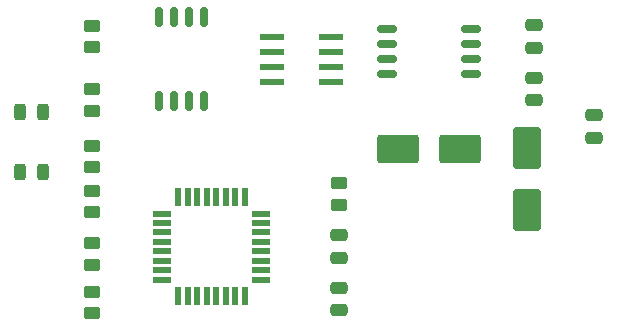
<source format=gtp>
%TF.GenerationSoftware,KiCad,Pcbnew,9.0.2*%
%TF.CreationDate,2025-08-31T01:54:13-04:00*%
%TF.ProjectId,MCU_Datalogger,4d43555f-4461-4746-916c-6f676765722e,1*%
%TF.SameCoordinates,Original*%
%TF.FileFunction,Paste,Top*%
%TF.FilePolarity,Positive*%
%FSLAX46Y46*%
G04 Gerber Fmt 4.6, Leading zero omitted, Abs format (unit mm)*
G04 Created by KiCad (PCBNEW 9.0.2) date 2025-08-31 01:54:13*
%MOMM*%
%LPD*%
G01*
G04 APERTURE LIST*
G04 Aperture macros list*
%AMRoundRect*
0 Rectangle with rounded corners*
0 $1 Rounding radius*
0 $2 $3 $4 $5 $6 $7 $8 $9 X,Y pos of 4 corners*
0 Add a 4 corners polygon primitive as box body*
4,1,4,$2,$3,$4,$5,$6,$7,$8,$9,$2,$3,0*
0 Add four circle primitives for the rounded corners*
1,1,$1+$1,$2,$3*
1,1,$1+$1,$4,$5*
1,1,$1+$1,$6,$7*
1,1,$1+$1,$8,$9*
0 Add four rect primitives between the rounded corners*
20,1,$1+$1,$2,$3,$4,$5,0*
20,1,$1+$1,$4,$5,$6,$7,0*
20,1,$1+$1,$6,$7,$8,$9,0*
20,1,$1+$1,$8,$9,$2,$3,0*%
G04 Aperture macros list end*
%ADD10RoundRect,0.250000X0.475000X-0.250000X0.475000X0.250000X-0.475000X0.250000X-0.475000X-0.250000X0*%
%ADD11RoundRect,0.250000X-0.475000X0.250000X-0.475000X-0.250000X0.475000X-0.250000X0.475000X0.250000X0*%
%ADD12RoundRect,0.243750X0.243750X0.456250X-0.243750X0.456250X-0.243750X-0.456250X0.243750X-0.456250X0*%
%ADD13RoundRect,0.250001X0.949999X-1.499999X0.949999X1.499999X-0.949999X1.499999X-0.949999X-1.499999X0*%
%ADD14RoundRect,0.250001X1.499999X0.949999X-1.499999X0.949999X-1.499999X-0.949999X1.499999X-0.949999X0*%
%ADD15RoundRect,0.068750X-0.206250X-0.666250X0.206250X-0.666250X0.206250X0.666250X-0.206250X0.666250X0*%
%ADD16RoundRect,0.068750X-0.666250X-0.206250X0.666250X-0.206250X0.666250X0.206250X-0.666250X0.206250X0*%
%ADD17RoundRect,0.162500X0.162500X-0.650000X0.162500X0.650000X-0.162500X0.650000X-0.162500X-0.650000X0*%
%ADD18RoundRect,0.250000X-0.450000X0.262500X-0.450000X-0.262500X0.450000X-0.262500X0.450000X0.262500X0*%
%ADD19RoundRect,0.250000X0.450000X-0.262500X0.450000X0.262500X-0.450000X0.262500X-0.450000X-0.262500X0*%
%ADD20RoundRect,0.243750X-0.243750X-0.456250X0.243750X-0.456250X0.243750X0.456250X-0.243750X0.456250X0*%
%ADD21RoundRect,0.162500X0.650000X0.162500X-0.650000X0.162500X-0.650000X-0.162500X0.650000X-0.162500X0*%
%ADD22RoundRect,0.073750X0.911250X0.221250X-0.911250X0.221250X-0.911250X-0.221250X0.911250X-0.221250X0*%
G04 APERTURE END LIST*
D10*
%TO.C,C2*%
X141605000Y-114620000D03*
X141605000Y-116520000D03*
%TD*%
D11*
%TO.C,C5*%
X120015000Y-131125000D03*
X120015000Y-129225000D03*
%TD*%
D12*
%TO.C,D2*%
X93042500Y-119380000D03*
X94917500Y-119380000D03*
%TD*%
D13*
%TO.C,Y2*%
X135890000Y-122615000D03*
X135890000Y-117415000D03*
%TD*%
D14*
%TO.C,Y1*%
X130235000Y-117475000D03*
X125035000Y-117475000D03*
%TD*%
D15*
%TO.C,U4*%
X106420000Y-129900000D03*
X107220000Y-129900000D03*
X108020000Y-129900000D03*
X108820000Y-129900000D03*
X109620000Y-129900000D03*
X110420000Y-129900000D03*
X111220000Y-129900000D03*
X112020000Y-129900000D03*
X112020000Y-121560000D03*
X111220000Y-121560000D03*
X110420000Y-121560000D03*
X109620000Y-121560000D03*
X108820000Y-121560000D03*
X108020000Y-121560000D03*
X107220000Y-121560000D03*
X106420000Y-121560000D03*
D16*
X105050000Y-122930000D03*
X105050000Y-123730000D03*
X105050000Y-124530000D03*
X105050000Y-125330000D03*
X105050000Y-126130000D03*
X105050000Y-126930000D03*
X105050000Y-127730000D03*
X105050000Y-128530000D03*
X113390000Y-128530000D03*
X113390000Y-127730000D03*
X113390000Y-126930000D03*
X113390000Y-126130000D03*
X113390000Y-125330000D03*
X113390000Y-124530000D03*
X113390000Y-123730000D03*
X113390000Y-122930000D03*
%TD*%
D17*
%TO.C,U2*%
X104775000Y-113442500D03*
X106045000Y-113442500D03*
X107315000Y-113442500D03*
X108585000Y-113442500D03*
X108585000Y-106267500D03*
X107315000Y-106267500D03*
X106045000Y-106267500D03*
X104775000Y-106267500D03*
%TD*%
D18*
%TO.C,R7*%
X99060000Y-129540000D03*
X99060000Y-131365000D03*
%TD*%
%TO.C,R6*%
X120015000Y-120372500D03*
X120015000Y-122197500D03*
%TD*%
D19*
%TO.C,R5*%
X99060000Y-127277500D03*
X99060000Y-125452500D03*
%TD*%
D18*
%TO.C,R4*%
X99060000Y-121007500D03*
X99060000Y-122832500D03*
%TD*%
D19*
%TO.C,R3*%
X99060000Y-119022500D03*
X99060000Y-117197500D03*
%TD*%
D18*
%TO.C,R2*%
X99060000Y-112395000D03*
X99060000Y-114220000D03*
%TD*%
D19*
%TO.C,R1*%
X99060000Y-108862500D03*
X99060000Y-107037500D03*
%TD*%
D20*
%TO.C,D1*%
X93042500Y-114300000D03*
X94917500Y-114300000D03*
%TD*%
D11*
%TO.C,C4*%
X120015000Y-124780000D03*
X120015000Y-126680000D03*
%TD*%
%TO.C,C3*%
X136525000Y-107000000D03*
X136525000Y-108900000D03*
%TD*%
D10*
%TO.C,C1*%
X136525000Y-113345000D03*
X136525000Y-111445000D03*
%TD*%
D21*
%TO.C,U1*%
X131222500Y-111125000D03*
X131222500Y-109855000D03*
X131222500Y-108585000D03*
X131222500Y-107315000D03*
X124047500Y-107315000D03*
X124047500Y-108585000D03*
X124047500Y-109855000D03*
X124047500Y-111125000D03*
%TD*%
D22*
%TO.C,U3*%
X119315000Y-111760000D03*
X119315000Y-110490000D03*
X119315000Y-109220000D03*
X119315000Y-107950000D03*
X114365000Y-107950000D03*
X114365000Y-109220000D03*
X114365000Y-110490000D03*
X114365000Y-111760000D03*
%TD*%
M02*

</source>
